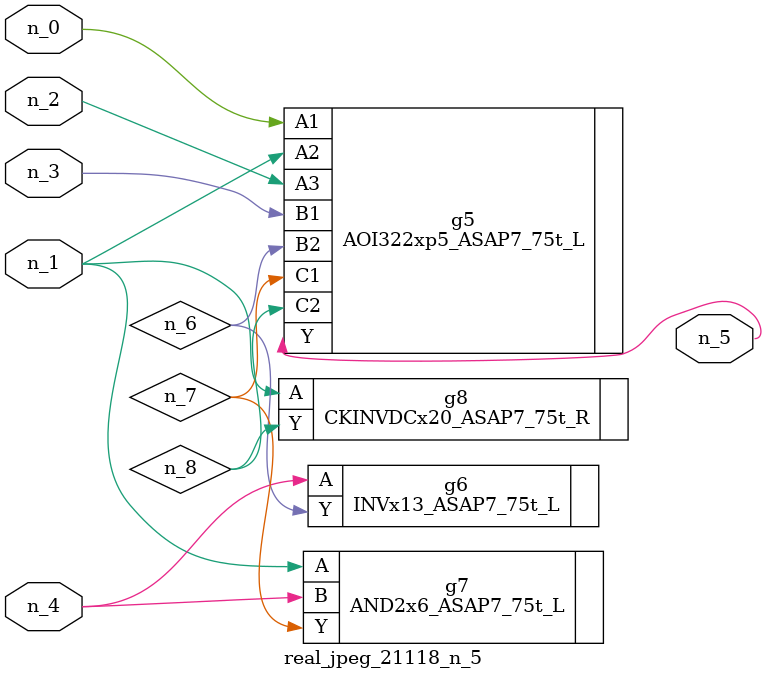
<source format=v>
module real_jpeg_21118_n_5 (n_4, n_0, n_1, n_2, n_3, n_5);

input n_4;
input n_0;
input n_1;
input n_2;
input n_3;

output n_5;

wire n_8;
wire n_6;
wire n_7;

AOI322xp5_ASAP7_75t_L g5 ( 
.A1(n_0),
.A2(n_1),
.A3(n_2),
.B1(n_3),
.B2(n_6),
.C1(n_7),
.C2(n_8),
.Y(n_5)
);

AND2x6_ASAP7_75t_L g7 ( 
.A(n_1),
.B(n_4),
.Y(n_7)
);

CKINVDCx20_ASAP7_75t_R g8 ( 
.A(n_1),
.Y(n_8)
);

INVx13_ASAP7_75t_L g6 ( 
.A(n_4),
.Y(n_6)
);


endmodule
</source>
